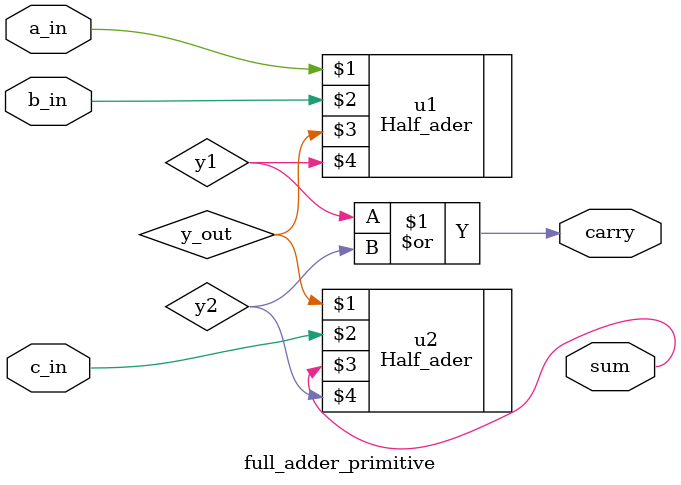
<source format=v>
`timescale 1ns / 1ps


module full_adder_primitive(
     input a_in,
     input b_in,
     input c_in,
     output sum,
     output carry
    );
    
 Half_ader u1 (a_in,b_in,y_out,y1);
 Half_ader u2 (y_out,c_in,sum,y2);
 or u3 (carry,y1,y2);
    
endmodule

</source>
